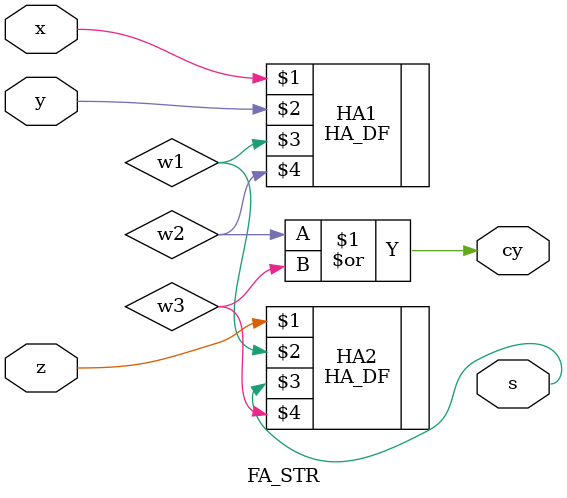
<source format=v>
`timescale 1ns / 1ps
module FA_STR(x,y,z,s,cy);

input x,y,z;
output s,cy;

wire w1,w2,w3;

HA_DF HA1 (x,y,w1,w2);
HA_DF HA2 (z,w1,s,w3);

or n1 (cy,w2,w3);

endmodule

</source>
